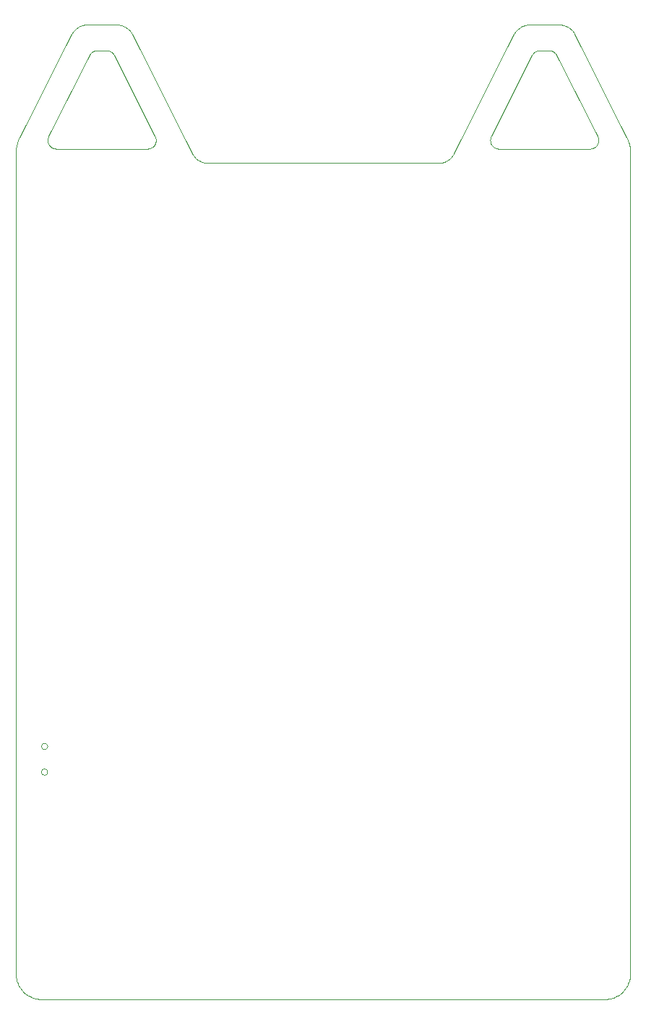
<source format=gbr>
%TF.GenerationSoftware,KiCad,Pcbnew,8.0.5*%
%TF.CreationDate,2025-08-16T16:19:27-04:00*%
%TF.ProjectId,TagTag,54616754-6167-42e6-9b69-6361645f7063,1.2*%
%TF.SameCoordinates,Original*%
%TF.FileFunction,Profile,NP*%
%FSLAX46Y46*%
G04 Gerber Fmt 4.6, Leading zero omitted, Abs format (unit mm)*
G04 Created by KiCad (PCBNEW 8.0.5) date 2025-08-16 16:19:27*
%MOMM*%
%LPD*%
G01*
G04 APERTURE LIST*
%TA.AperFunction,Profile*%
%ADD10C,0.100000*%
%TD*%
%TA.AperFunction,Profile*%
%ADD11C,0.050000*%
%TD*%
G04 APERTURE END LIST*
D10*
X218477874Y-42007243D02*
X218513146Y-42007862D01*
X218548204Y-42009710D01*
X218583022Y-42012769D01*
X218617573Y-42017025D01*
X218651831Y-42022460D01*
X218685770Y-42029059D01*
X218719364Y-42036806D01*
X218752586Y-42045684D01*
X218785411Y-42055678D01*
X218817812Y-42066771D01*
X218849763Y-42078947D01*
X218881238Y-42092190D01*
X218912211Y-42106484D01*
X218942655Y-42121814D01*
X218972545Y-42138162D01*
X219001854Y-42155512D01*
X219030556Y-42173850D01*
X219058625Y-42193157D01*
X219086035Y-42213420D01*
X219112759Y-42234620D01*
X219138771Y-42256743D01*
X219164046Y-42279772D01*
X219188556Y-42303691D01*
X219212277Y-42328483D01*
X219235181Y-42354134D01*
X219257242Y-42380626D01*
X219278435Y-42407944D01*
X219298733Y-42436071D01*
X219318110Y-42464992D01*
X219336539Y-42494690D01*
X219353996Y-42525149D01*
X219370452Y-42556353D01*
X224170364Y-52058428D01*
X224197711Y-52117212D01*
X224221034Y-52177187D01*
X224240341Y-52238158D01*
X224255639Y-52299932D01*
X224266936Y-52362314D01*
X224274242Y-52425112D01*
X224277563Y-52488131D01*
X224276908Y-52551177D01*
X224272285Y-52614058D01*
X224263703Y-52676578D01*
X224251169Y-52738545D01*
X224234692Y-52799764D01*
X224214279Y-52860042D01*
X224189938Y-52919184D01*
X224161679Y-52976998D01*
X224129508Y-53033289D01*
X224093770Y-53087384D01*
X224054909Y-53138675D01*
X224013094Y-53187066D01*
X223968495Y-53232464D01*
X223921281Y-53274775D01*
X223871622Y-53313902D01*
X223819687Y-53349752D01*
X223765644Y-53382230D01*
X223709664Y-53411242D01*
X223651916Y-53436692D01*
X223592569Y-53458487D01*
X223531793Y-53476531D01*
X223469756Y-53490730D01*
X223406629Y-53500989D01*
X223342579Y-53507214D01*
X223277778Y-53509310D01*
X212599555Y-53509310D01*
X212567072Y-53508784D01*
X212534756Y-53507214D01*
X212502627Y-53504612D01*
X212470708Y-53500989D01*
X212439020Y-53496358D01*
X212407582Y-53490730D01*
X212376418Y-53484117D01*
X212345547Y-53476531D01*
X212284772Y-53458487D01*
X212225426Y-53436692D01*
X212167679Y-53411242D01*
X212111700Y-53382230D01*
X212057658Y-53349752D01*
X212005723Y-53313902D01*
X211956063Y-53274775D01*
X211908849Y-53232464D01*
X211886212Y-53210145D01*
X211864250Y-53187066D01*
X211842984Y-53163239D01*
X211822434Y-53138675D01*
X211802624Y-53113386D01*
X211783572Y-53087384D01*
X211765301Y-53060681D01*
X211747832Y-53033289D01*
X211715663Y-52976998D01*
X211687405Y-52919184D01*
X211663066Y-52860042D01*
X211642653Y-52799764D01*
X211626176Y-52738545D01*
X211613643Y-52676578D01*
X211605061Y-52614058D01*
X211600438Y-52551177D01*
X211599783Y-52488131D01*
X211603104Y-52425112D01*
X211610409Y-52362314D01*
X211621706Y-52299932D01*
X211637004Y-52238158D01*
X211656309Y-52177187D01*
X211679631Y-52117212D01*
X211706977Y-52058428D01*
X216506885Y-42556353D01*
X216540798Y-42494688D01*
X216578605Y-42436069D01*
X216620096Y-42380622D01*
X216665062Y-42328479D01*
X216713294Y-42279767D01*
X216764581Y-42234614D01*
X216818715Y-42193151D01*
X216875487Y-42155506D01*
X216934686Y-42121807D01*
X216996103Y-42092183D01*
X217059530Y-42066763D01*
X217124756Y-42045677D01*
X217191573Y-42029052D01*
X217259770Y-42017017D01*
X217329139Y-42009702D01*
X217399470Y-42007235D01*
X218477874Y-42007243D01*
X167922850Y-39008474D02*
X167992967Y-39012169D01*
X168062602Y-39018288D01*
X168131705Y-39026800D01*
X168200221Y-39037670D01*
X168268100Y-39050869D01*
X168335287Y-39066362D01*
X168401733Y-39084119D01*
X168467383Y-39104107D01*
X168532185Y-39126293D01*
X168596088Y-39150646D01*
X168659038Y-39177133D01*
X168720984Y-39205722D01*
X168781873Y-39236381D01*
X168841652Y-39269077D01*
X168900271Y-39303779D01*
X168957675Y-39340454D01*
X169013813Y-39379071D01*
X169068632Y-39419595D01*
X169122080Y-39461997D01*
X169174105Y-39506243D01*
X169224654Y-39552302D01*
X169273676Y-39600140D01*
X169321117Y-39649726D01*
X169366925Y-39701028D01*
X169411048Y-39754013D01*
X169453433Y-39808649D01*
X169494029Y-39864904D01*
X169532783Y-39922746D01*
X169569643Y-39982143D01*
X169604555Y-40043062D01*
X169637468Y-40105471D01*
X176694417Y-54075648D01*
X176762244Y-54198976D01*
X176837857Y-54316214D01*
X176920839Y-54427105D01*
X177010771Y-54531392D01*
X177107233Y-54628815D01*
X177209808Y-54719119D01*
X177318075Y-54802045D01*
X177431618Y-54877336D01*
X177550016Y-54944734D01*
X177672851Y-55003981D01*
X177799704Y-55054820D01*
X177930157Y-55096993D01*
X178063790Y-55130243D01*
X178200185Y-55154312D01*
X178338924Y-55168942D01*
X178479587Y-55173876D01*
X205541789Y-55173876D01*
X205612335Y-55172637D01*
X205682452Y-55168942D01*
X205752088Y-55162823D01*
X205821190Y-55154312D01*
X205889707Y-55143441D01*
X205957586Y-55130243D01*
X206024773Y-55114750D01*
X206091219Y-55096993D01*
X206156869Y-55077006D01*
X206221671Y-55054820D01*
X206285574Y-55030468D01*
X206348524Y-55003981D01*
X206410470Y-54975392D01*
X206471359Y-54944734D01*
X206531138Y-54912038D01*
X206589756Y-54877336D01*
X206647160Y-54840661D01*
X206703298Y-54802045D01*
X206758117Y-54761521D01*
X206811565Y-54719119D01*
X206863590Y-54674874D01*
X206914139Y-54628815D01*
X206963160Y-54580978D01*
X207010601Y-54531392D01*
X207056409Y-54480090D01*
X207100532Y-54427105D01*
X207142918Y-54372469D01*
X207183514Y-54316214D01*
X207222268Y-54258372D01*
X207259127Y-54198976D01*
X207294040Y-54138057D01*
X207326953Y-54075648D01*
X214383903Y-40105471D01*
X214451729Y-39982143D01*
X214527343Y-39864904D01*
X214610326Y-39754013D01*
X214700257Y-39649726D01*
X214796720Y-39552302D01*
X214899295Y-39461997D01*
X215007562Y-39379071D01*
X215121105Y-39303779D01*
X215239503Y-39236381D01*
X215362338Y-39177133D01*
X215489191Y-39126293D01*
X215619644Y-39084119D01*
X215753278Y-39050869D01*
X215889673Y-39026800D01*
X216028411Y-39012169D01*
X216169074Y-39007235D01*
X219708274Y-39007235D01*
X219778820Y-39008474D01*
X219848936Y-39012169D01*
X219918572Y-39018288D01*
X219987674Y-39026800D01*
X220056191Y-39037670D01*
X220124069Y-39050869D01*
X220191257Y-39066362D01*
X220257702Y-39084119D01*
X220323352Y-39104107D01*
X220388155Y-39126293D01*
X220452058Y-39150646D01*
X220515008Y-39177133D01*
X220576954Y-39205722D01*
X220637843Y-39236381D01*
X220697623Y-39269077D01*
X220756241Y-39303779D01*
X220813645Y-39340454D01*
X220869783Y-39379071D01*
X220924603Y-39419595D01*
X220978051Y-39461997D01*
X221030076Y-39506243D01*
X221080625Y-39552302D01*
X221129646Y-39600140D01*
X221177087Y-39649726D01*
X221222895Y-39701028D01*
X221267018Y-39754013D01*
X221309404Y-39808649D01*
X221350000Y-39864904D01*
X221388753Y-39922746D01*
X221425612Y-39982143D01*
X221460525Y-40043062D01*
X221493438Y-40105471D01*
X227581016Y-52156649D01*
X227632395Y-52262178D01*
X227680585Y-52369006D01*
X227725569Y-52477061D01*
X227767329Y-52586269D01*
X227805848Y-52696558D01*
X227841109Y-52807854D01*
X227873095Y-52920084D01*
X227901787Y-53033177D01*
X227927169Y-53147058D01*
X227949223Y-53261655D01*
X227967931Y-53376895D01*
X227983277Y-53492705D01*
X227995243Y-53609011D01*
X228003812Y-53725742D01*
X228008966Y-53842824D01*
X228010688Y-53960185D01*
X228010688Y-150007247D01*
X228006784Y-150161626D01*
X227995198Y-150313979D01*
X227976119Y-150464117D01*
X227949736Y-150611851D01*
X227916237Y-150756993D01*
X227875811Y-150899354D01*
X227828646Y-151038746D01*
X227774930Y-151174981D01*
X227714852Y-151307869D01*
X227648601Y-151437223D01*
X227576364Y-151562854D01*
X227498331Y-151684573D01*
X227414691Y-151802192D01*
X227325630Y-151915523D01*
X227231339Y-152024376D01*
X227132005Y-152128564D01*
X227027817Y-152227898D01*
X226918963Y-152322189D01*
X226805633Y-152411249D01*
X226688014Y-152494890D01*
X226566295Y-152572923D01*
X226440664Y-152645159D01*
X226311310Y-152711410D01*
X226178422Y-152771487D01*
X226042187Y-152825202D01*
X225902795Y-152872367D01*
X225760434Y-152912793D01*
X225615292Y-152946291D01*
X225467558Y-152972674D01*
X225317420Y-152991751D01*
X225165067Y-153003336D01*
X225010688Y-153007239D01*
X159010687Y-153007244D01*
X158856308Y-153003340D01*
X158703955Y-152991755D01*
X158553817Y-152972677D01*
X158406083Y-152946294D01*
X158260941Y-152912796D01*
X158118580Y-152872369D01*
X157979187Y-152825204D01*
X157842953Y-152771488D01*
X157710064Y-152711410D01*
X157580710Y-152645159D01*
X157455079Y-152572923D01*
X157333360Y-152494890D01*
X157215741Y-152411249D01*
X157102410Y-152322188D01*
X156993556Y-152227896D01*
X156889368Y-152128562D01*
X156790034Y-152024374D01*
X156695743Y-151915520D01*
X156606683Y-151802189D01*
X156523042Y-151684570D01*
X156445009Y-151562850D01*
X156372773Y-151437219D01*
X156306522Y-151307865D01*
X156246444Y-151174977D01*
X156192728Y-151038742D01*
X156145563Y-150899350D01*
X156105137Y-150756988D01*
X156071638Y-150611846D01*
X156045255Y-150464112D01*
X156026177Y-150313974D01*
X156014592Y-150161622D01*
X156010688Y-150007242D01*
X156010688Y-53960185D01*
X156012410Y-53842824D01*
X156017564Y-53725742D01*
X156026132Y-53609011D01*
X156038098Y-53492705D01*
X156053444Y-53376895D01*
X156072152Y-53261655D01*
X156094206Y-53147058D01*
X156119587Y-53033177D01*
X156148279Y-52920084D01*
X156180264Y-52807854D01*
X156215524Y-52696558D01*
X156254043Y-52586269D01*
X156295803Y-52477061D01*
X156340786Y-52369006D01*
X156388976Y-52262178D01*
X156440354Y-52156649D01*
X162527936Y-40105471D01*
X162527934Y-40105471D01*
X162595760Y-39982143D01*
X162671374Y-39864904D01*
X162754356Y-39754013D01*
X162844287Y-39649726D01*
X162940750Y-39552302D01*
X163043324Y-39461997D01*
X163151592Y-39379071D01*
X163265134Y-39303779D01*
X163383532Y-39236381D01*
X163506367Y-39177133D01*
X163633220Y-39126293D01*
X163763673Y-39084119D01*
X163897306Y-39050869D01*
X164033701Y-39026800D01*
X164172439Y-39012169D01*
X164313102Y-39007235D01*
X167852305Y-39007235D01*
X167922850Y-39008474D01*
X166621903Y-42007243D02*
X166657175Y-42007862D01*
X166692234Y-42009710D01*
X166727052Y-42012769D01*
X166761603Y-42017025D01*
X166795861Y-42022460D01*
X166829800Y-42029059D01*
X166863394Y-42036806D01*
X166896617Y-42045684D01*
X166929442Y-42055678D01*
X166961843Y-42066771D01*
X166993794Y-42078947D01*
X167025270Y-42092190D01*
X167056243Y-42106484D01*
X167086687Y-42121814D01*
X167116577Y-42138162D01*
X167145886Y-42155512D01*
X167174588Y-42173850D01*
X167202657Y-42193157D01*
X167230067Y-42213420D01*
X167256791Y-42234620D01*
X167282804Y-42256743D01*
X167308079Y-42279772D01*
X167332589Y-42303691D01*
X167356310Y-42328483D01*
X167379214Y-42354134D01*
X167401276Y-42380626D01*
X167422469Y-42407944D01*
X167442767Y-42436071D01*
X167462144Y-42464992D01*
X167480574Y-42494690D01*
X167498031Y-42525149D01*
X167514487Y-42556353D01*
X172314397Y-52058428D01*
X172341743Y-52117212D01*
X172365065Y-52177187D01*
X172384370Y-52238158D01*
X172399667Y-52299932D01*
X172410964Y-52362314D01*
X172418269Y-52425112D01*
X172421590Y-52488131D01*
X172420935Y-52551177D01*
X172416312Y-52614058D01*
X172407730Y-52676578D01*
X172395196Y-52738545D01*
X172378719Y-52799764D01*
X172358307Y-52860042D01*
X172333967Y-52919184D01*
X172305709Y-52976998D01*
X172273540Y-53033289D01*
X172237800Y-53087384D01*
X172198938Y-53138675D01*
X172157122Y-53187066D01*
X172112523Y-53232464D01*
X172065309Y-53274775D01*
X172015649Y-53313902D01*
X171963714Y-53349752D01*
X171909672Y-53382230D01*
X171853693Y-53411242D01*
X171795946Y-53436692D01*
X171736600Y-53458487D01*
X171675824Y-53476531D01*
X171613789Y-53490730D01*
X171550663Y-53500989D01*
X171486615Y-53507214D01*
X171421815Y-53509310D01*
X160743592Y-53509295D01*
X160711109Y-53508769D01*
X160678792Y-53507199D01*
X160646663Y-53504597D01*
X160614743Y-53500974D01*
X160583054Y-53496343D01*
X160551616Y-53490715D01*
X160520451Y-53484102D01*
X160489580Y-53476516D01*
X160428804Y-53458472D01*
X160369458Y-53436677D01*
X160311710Y-53411227D01*
X160255730Y-53382216D01*
X160201688Y-53349738D01*
X160149753Y-53313889D01*
X160100094Y-53274762D01*
X160052880Y-53232452D01*
X160030243Y-53210134D01*
X160008280Y-53187055D01*
X159987014Y-53163228D01*
X159966465Y-53138664D01*
X159946654Y-53113376D01*
X159927603Y-53087375D01*
X159909332Y-53060673D01*
X159891864Y-53033282D01*
X159859695Y-52976991D01*
X159831436Y-52919177D01*
X159807097Y-52860034D01*
X159786685Y-52799756D01*
X159770208Y-52738537D01*
X159757675Y-52676571D01*
X159749092Y-52614051D01*
X159744470Y-52551171D01*
X159743815Y-52488125D01*
X159747136Y-52425106D01*
X159754441Y-52362309D01*
X159765738Y-52299927D01*
X159781035Y-52238154D01*
X159800340Y-52177184D01*
X159823662Y-52117211D01*
X159851008Y-52058428D01*
X164650920Y-42556353D01*
X164684833Y-42494688D01*
X164722640Y-42436069D01*
X164764131Y-42380622D01*
X164809097Y-42328479D01*
X164857328Y-42279767D01*
X164908615Y-42234614D01*
X164962749Y-42193151D01*
X165019520Y-42155506D01*
X165078719Y-42121807D01*
X165140136Y-42092183D01*
X165203562Y-42066763D01*
X165268788Y-42045677D01*
X165335605Y-42029052D01*
X165403802Y-42017017D01*
X165473171Y-42009702D01*
X165543502Y-42007235D01*
X166621903Y-42007243D01*
D11*
%TO.C,SW8*%
X159754563Y-123445133D02*
G75*
G02*
X159004563Y-123445133I-375000J0D01*
G01*
X159004563Y-123445133D02*
G75*
G02*
X159754563Y-123445133I375000J0D01*
G01*
X159754563Y-126445133D02*
G75*
G02*
X159004563Y-126445133I-375000J0D01*
G01*
X159004563Y-126445133D02*
G75*
G02*
X159754563Y-126445133I375000J0D01*
G01*
%TD*%
M02*

</source>
